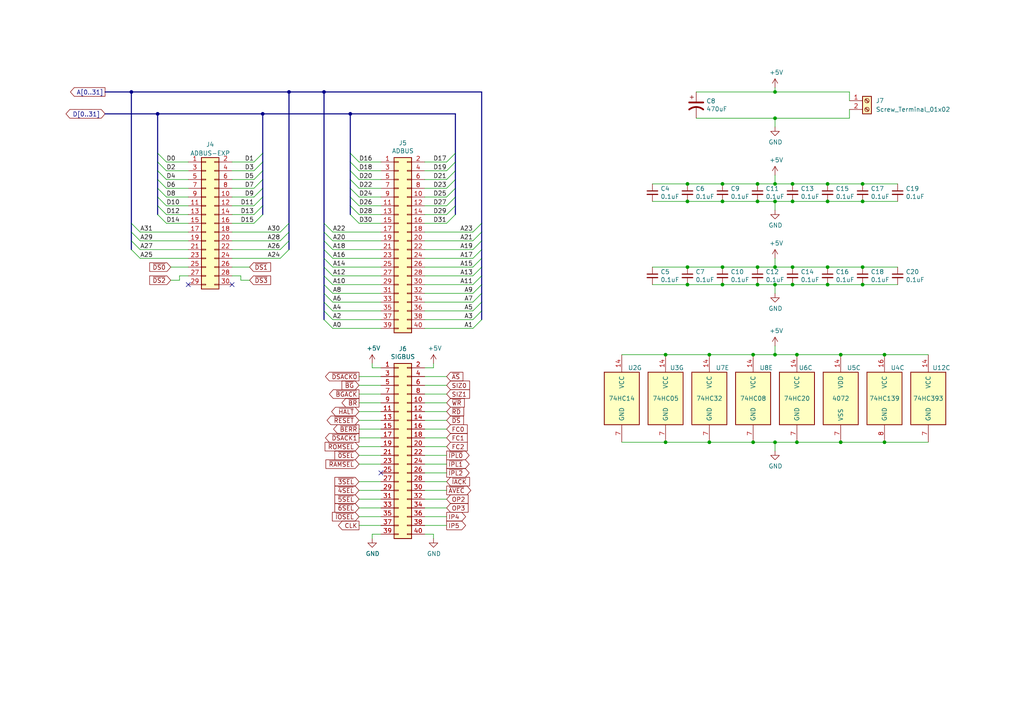
<source format=kicad_sch>
(kicad_sch (version 20231120) (generator "eeschema") (generator_version "8.0")
  (paper "A4")
  (title_block (title "k30 SBC") (rev "2"))
  (junction (at 240.03 82.55))
  (junction (at 224.79 128.27))
  (junction (at 224.79 82.55))
  (junction (at 219.71 58.42))
  (junction (at 243.84 102.87))
  (junction (at 240.03 53.34))
  (junction (at 224.79 58.42))
  (junction (at 224.79 102.87))
  (junction (at 101.6 33.02))
  (junction (at 231.14 102.87))
  (junction (at 250.19 82.55))
  (junction (at 224.79 77.47))
  (junction (at 209.55 53.34))
  (junction (at 229.87 77.47))
  (junction (at 250.19 58.42))
  (junction (at 218.44 102.87))
  (junction (at 250.19 53.34))
  (junction (at 205.74 128.27))
  (junction (at 231.14 128.27))
  (junction (at 193.04 128.27))
  (junction (at 240.03 58.42))
  (junction (at 199.39 82.55))
  (junction (at 193.04 102.87))
  (junction (at 229.87 82.55))
  (junction (at 229.87 53.34))
  (junction (at 224.79 53.34))
  (junction (at 240.03 77.47))
  (junction (at 224.79 26.67))
  (junction (at 219.71 82.55))
  (junction (at 218.44 128.27))
  (junction (at 219.71 53.34))
  (junction (at 45.72 33.02))
  (junction (at 224.79 34.29))
  (junction (at 93.98 26.67))
  (junction (at 199.39 58.42))
  (junction (at 209.55 77.47))
  (junction (at 250.19 77.47))
  (junction (at 83.82 26.67))
  (junction (at 38.1 26.67))
  (junction (at 209.55 82.55))
  (junction (at 256.54 102.87))
  (junction (at 76.2 33.02))
  (junction (at 205.74 102.87))
  (junction (at 209.55 58.42))
  (junction (at 199.39 77.47))
  (junction (at 219.71 77.47))
  (junction (at 199.39 53.34))
  (junction (at 243.84 128.27))
  (junction (at 256.54 128.27))
  (junction (at 229.87 58.42))
  (no_connect (at 54.61 82.55))
  (no_connect (at 110.49 137.16))
  (no_connect (at 67.31 82.55))
  (bus_entry (at 40.64 67.31) (size -2.54 -2.54))
  (bus_entry (at 96.52 74.93) (size -2.54 -2.54))
  (bus_entry (at 137.16 92.71) (size 2.54 -2.54))
  (bus_entry (at 81.28 72.39) (size 2.54 -2.54))
  (bus_entry (at 129.54 54.61) (size 2.54 -2.54))
  (bus_entry (at 48.26 46.99) (size -2.54 -2.54))
  (bus_entry (at 81.28 69.85) (size 2.54 -2.54))
  (bus_entry (at 129.54 46.99) (size 2.54 -2.54))
  (bus_entry (at 137.16 69.85) (size 2.54 -2.54))
  (bus_entry (at 73.66 62.23) (size 2.54 -2.54))
  (bus_entry (at 73.66 52.07) (size 2.54 -2.54))
  (bus_entry (at 129.54 64.77) (size 2.54 -2.54))
  (bus_entry (at 137.16 85.09) (size 2.54 -2.54))
  (bus_entry (at 48.26 54.61) (size -2.54 -2.54))
  (bus_entry (at 73.66 57.15) (size 2.54 -2.54))
  (bus_entry (at 96.52 67.31) (size -2.54 -2.54))
  (bus_entry (at 104.14 57.15) (size -2.54 -2.54))
  (bus_entry (at 96.52 95.25) (size -2.54 -2.54))
  (bus_entry (at 96.52 87.63) (size -2.54 -2.54))
  (bus_entry (at 137.16 72.39) (size 2.54 -2.54))
  (bus_entry (at 129.54 59.69) (size 2.54 -2.54))
  (bus_entry (at 40.64 69.85) (size -2.54 -2.54))
  (bus_entry (at 73.66 46.99) (size 2.54 -2.54))
  (bus_entry (at 104.14 59.69) (size -2.54 -2.54))
  (bus_entry (at 73.66 59.69) (size 2.54 -2.54))
  (bus_entry (at 73.66 54.61) (size 2.54 -2.54))
  (bus_entry (at 137.16 87.63) (size 2.54 -2.54))
  (bus_entry (at 81.28 74.93) (size 2.54 -2.54))
  (bus_entry (at 48.26 52.07) (size -2.54 -2.54))
  (bus_entry (at 96.52 92.71) (size -2.54 -2.54))
  (bus_entry (at 129.54 57.15) (size 2.54 -2.54))
  (bus_entry (at 73.66 49.53) (size 2.54 -2.54))
  (bus_entry (at 96.52 90.17) (size -2.54 -2.54))
  (bus_entry (at 81.28 67.31) (size 2.54 -2.54))
  (bus_entry (at 104.14 46.99) (size -2.54 -2.54))
  (bus_entry (at 96.52 85.09) (size -2.54 -2.54))
  (bus_entry (at 96.52 69.85) (size -2.54 -2.54))
  (bus_entry (at 96.52 72.39) (size -2.54 -2.54))
  (bus_entry (at 96.52 80.01) (size -2.54 -2.54))
  (bus_entry (at 137.16 80.01) (size 2.54 -2.54))
  (bus_entry (at 48.26 57.15) (size -2.54 -2.54))
  (bus_entry (at 137.16 90.17) (size 2.54 -2.54))
  (bus_entry (at 48.26 62.23) (size -2.54 -2.54))
  (bus_entry (at 137.16 74.93) (size 2.54 -2.54))
  (bus_entry (at 137.16 95.25) (size 2.54 -2.54))
  (bus_entry (at 104.14 62.23) (size -2.54 -2.54))
  (bus_entry (at 40.64 74.93) (size -2.54 -2.54))
  (bus_entry (at 73.66 64.77) (size 2.54 -2.54))
  (bus_entry (at 48.26 64.77) (size -2.54 -2.54))
  (bus_entry (at 96.52 77.47) (size -2.54 -2.54))
  (bus_entry (at 104.14 54.61) (size -2.54 -2.54))
  (bus_entry (at 137.16 77.47) (size 2.54 -2.54))
  (bus_entry (at 48.26 49.53) (size -2.54 -2.54))
  (bus_entry (at 40.64 72.39) (size -2.54 -2.54))
  (bus_entry (at 96.52 82.55) (size -2.54 -2.54))
  (bus_entry (at 104.14 49.53) (size -2.54 -2.54))
  (bus_entry (at 137.16 67.31) (size 2.54 -2.54))
  (bus_entry (at 104.14 52.07) (size -2.54 -2.54))
  (bus_entry (at 48.26 59.69) (size -2.54 -2.54))
  (bus_entry (at 137.16 82.55) (size 2.54 -2.54))
  (bus_entry (at 104.14 64.77) (size -2.54 -2.54))
  (bus_entry (at 129.54 52.07) (size 2.54 -2.54))
  (bus_entry (at 129.54 62.23) (size 2.54 -2.54))
  (bus_entry (at 129.54 49.53) (size 2.54 -2.54))
  (wire (pts (xy 110.49 144.78) (xy 104.14 144.78)))
  (wire (pts (xy 229.87 53.34) (xy 240.03 53.34)))
  (bus (pts (xy 38.1 64.77) (xy 38.1 67.31)))
  (wire (pts (xy 218.44 128.27) (xy 224.79 128.27)))
  (wire (pts (xy 123.19 69.85) (xy 137.16 69.85)))
  (wire (pts (xy 110.49 69.85) (xy 96.52 69.85)))
  (wire (pts (xy 240.03 58.42) (xy 229.87 58.42)))
  (wire (pts (xy 123.19 85.09) (xy 137.16 85.09)))
  (wire (pts (xy 48.26 46.99) (xy 54.61 46.99)))
  (bus (pts (xy 76.2 57.15) (xy 76.2 59.69)))
  (wire (pts (xy 73.66 59.69) (xy 67.31 59.69)))
  (wire (pts (xy 137.16 95.25) (xy 123.19 95.25)))
  (bus (pts (xy 101.6 33.02) (xy 101.6 44.45)))
  (bus (pts (xy 93.98 72.39) (xy 93.98 74.93)))
  (bus (pts (xy 45.72 44.45) (xy 45.72 46.99)))
  (wire (pts (xy 137.16 87.63) (xy 123.19 87.63)))
  (wire (pts (xy 129.54 137.16) (xy 123.19 137.16)))
  (wire (pts (xy 67.31 62.23) (xy 73.66 62.23)))
  (wire (pts (xy 189.23 82.55) (xy 199.39 82.55)))
  (wire (pts (xy 129.54 64.77) (xy 123.19 64.77)))
  (wire (pts (xy 201.93 26.67) (xy 224.79 26.67)))
  (wire (pts (xy 205.74 102.87) (xy 218.44 102.87)))
  (wire (pts (xy 81.28 67.31) (xy 67.31 67.31)))
  (wire (pts (xy 54.61 62.23) (xy 48.26 62.23)))
  (bus (pts (xy 38.1 69.85) (xy 38.1 72.39)))
  (wire (pts (xy 49.53 77.47) (xy 54.61 77.47)))
  (wire (pts (xy 224.79 82.55) (xy 224.79 85.09)))
  (wire (pts (xy 123.19 119.38) (xy 129.54 119.38)))
  (wire (pts (xy 54.61 52.07) (xy 48.26 52.07)))
  (wire (pts (xy 240.03 82.55) (xy 229.87 82.55)))
  (wire (pts (xy 129.54 134.62) (xy 123.19 134.62)))
  (wire (pts (xy 224.79 53.34) (xy 229.87 53.34)))
  (bus (pts (xy 76.2 44.45) (xy 76.2 46.99)))
  (bus (pts (xy 101.6 44.45) (xy 101.6 46.99)))
  (wire (pts (xy 104.14 127) (xy 110.49 127)))
  (wire (pts (xy 224.79 77.47) (xy 229.87 77.47)))
  (wire (pts (xy 243.84 128.27) (xy 256.54 128.27)))
  (wire (pts (xy 67.31 77.47) (xy 72.39 77.47)))
  (bus (pts (xy 76.2 54.61) (xy 76.2 57.15)))
  (bus (pts (xy 139.7 26.67) (xy 139.7 64.77)))
  (wire (pts (xy 110.49 111.76) (xy 104.14 111.76)))
  (wire (pts (xy 110.49 80.01) (xy 96.52 80.01)))
  (wire (pts (xy 81.28 69.85) (xy 67.31 69.85)))
  (wire (pts (xy 199.39 58.42) (xy 189.23 58.42)))
  (bus (pts (xy 93.98 80.01) (xy 93.98 82.55)))
  (bus (pts (xy 93.98 67.31) (xy 93.98 69.85)))
  (bus (pts (xy 83.82 26.67) (xy 38.1 26.67)))
  (wire (pts (xy 240.03 82.55) (xy 250.19 82.55)))
  (wire (pts (xy 52.07 80.01) (xy 54.61 80.01)))
  (bus (pts (xy 101.6 54.61) (xy 101.6 57.15)))
  (bus (pts (xy 139.7 90.17) (xy 139.7 92.71)))
  (wire (pts (xy 107.95 106.68) (xy 110.49 106.68)))
  (wire (pts (xy 54.61 74.93) (xy 40.64 74.93)))
  (bus (pts (xy 93.98 85.09) (xy 93.98 87.63)))
  (wire (pts (xy 224.79 102.87) (xy 231.14 102.87)))
  (bus (pts (xy 45.72 52.07) (xy 45.72 54.61)))
  (wire (pts (xy 110.49 92.71) (xy 96.52 92.71)))
  (wire (pts (xy 110.49 59.69) (xy 104.14 59.69)))
  (wire (pts (xy 246.38 34.29) (xy 246.38 31.75)))
  (wire (pts (xy 123.19 149.86) (xy 129.54 149.86)))
  (wire (pts (xy 48.26 54.61) (xy 54.61 54.61)))
  (wire (pts (xy 250.19 82.55) (xy 260.35 82.55)))
  (wire (pts (xy 104.14 46.99) (xy 110.49 46.99)))
  (wire (pts (xy 73.66 54.61) (xy 67.31 54.61)))
  (bus (pts (xy 132.08 52.07) (xy 132.08 54.61)))
  (bus (pts (xy 93.98 77.47) (xy 93.98 80.01)))
  (bus (pts (xy 93.98 26.67) (xy 93.98 64.77)))
  (wire (pts (xy 224.79 26.67) (xy 224.79 25.4)))
  (bus (pts (xy 132.08 44.45) (xy 132.08 46.99)))
  (wire (pts (xy 104.14 119.38) (xy 110.49 119.38)))
  (bus (pts (xy 93.98 64.77) (xy 93.98 67.31)))
  (bus (pts (xy 101.6 57.15) (xy 101.6 59.69)))
  (wire (pts (xy 129.54 59.69) (xy 123.19 59.69)))
  (bus (pts (xy 93.98 74.93) (xy 93.98 77.47)))
  (bus (pts (xy 139.7 72.39) (xy 139.7 74.93)))
  (bus (pts (xy 101.6 52.07) (xy 101.6 54.61)))
  (wire (pts (xy 209.55 77.47) (xy 219.71 77.47)))
  (bus (pts (xy 139.7 69.85) (xy 139.7 72.39)))
  (wire (pts (xy 123.19 114.3) (xy 129.54 114.3)))
  (wire (pts (xy 218.44 102.87) (xy 224.79 102.87)))
  (wire (pts (xy 240.03 77.47) (xy 250.19 77.47)))
  (wire (pts (xy 199.39 77.47) (xy 209.55 77.47)))
  (bus (pts (xy 83.82 64.77) (xy 83.82 67.31)))
  (wire (pts (xy 110.49 139.7) (xy 104.14 139.7)))
  (wire (pts (xy 129.54 142.24) (xy 123.19 142.24)))
  (wire (pts (xy 224.79 34.29) (xy 246.38 34.29)))
  (wire (pts (xy 52.07 81.28) (xy 52.07 80.01)))
  (wire (pts (xy 129.54 139.7) (xy 123.19 139.7)))
  (wire (pts (xy 209.55 58.42) (xy 219.71 58.42)))
  (wire (pts (xy 224.79 36.83) (xy 224.79 34.29)))
  (wire (pts (xy 54.61 59.69) (xy 48.26 59.69)))
  (bus (pts (xy 139.7 77.47) (xy 139.7 80.01)))
  (bus (pts (xy 132.08 59.69) (xy 132.08 62.23)))
  (wire (pts (xy 199.39 53.34) (xy 209.55 53.34)))
  (wire (pts (xy 129.54 46.99) (xy 123.19 46.99)))
  (wire (pts (xy 129.54 152.4) (xy 123.19 152.4)))
  (wire (pts (xy 110.49 67.31) (xy 96.52 67.31)))
  (wire (pts (xy 229.87 58.42) (xy 224.79 58.42)))
  (wire (pts (xy 104.14 132.08) (xy 110.49 132.08)))
  (wire (pts (xy 137.16 90.17) (xy 123.19 90.17)))
  (wire (pts (xy 129.54 127) (xy 123.19 127)))
  (wire (pts (xy 110.49 52.07) (xy 104.14 52.07)))
  (bus (pts (xy 101.6 33.02) (xy 132.08 33.02)))
  (bus (pts (xy 45.72 33.02) (xy 45.72 44.45)))
  (bus (pts (xy 139.7 74.93) (xy 139.7 77.47)))
  (wire (pts (xy 219.71 53.34) (xy 224.79 53.34)))
  (wire (pts (xy 110.49 72.39) (xy 96.52 72.39)))
  (bus (pts (xy 38.1 26.67) (xy 38.1 64.77)))
  (wire (pts (xy 129.54 132.08) (xy 123.19 132.08)))
  (bus (pts (xy 139.7 87.63) (xy 139.7 90.17)))
  (wire (pts (xy 137.16 80.01) (xy 123.19 80.01)))
  (bus (pts (xy 101.6 49.53) (xy 101.6 52.07)))
  (wire (pts (xy 72.39 81.28) (xy 69.85 81.28)))
  (wire (pts (xy 129.54 147.32) (xy 123.19 147.32)))
  (wire (pts (xy 67.31 49.53) (xy 73.66 49.53)))
  (wire (pts (xy 123.19 129.54) (xy 129.54 129.54)))
  (wire (pts (xy 110.49 82.55) (xy 96.52 82.55)))
  (wire (pts (xy 189.23 77.47) (xy 199.39 77.47)))
  (wire (pts (xy 104.14 129.54) (xy 110.49 129.54)))
  (bus (pts (xy 139.7 82.55) (xy 139.7 85.09)))
  (wire (pts (xy 229.87 77.47) (xy 240.03 77.47)))
  (wire (pts (xy 224.79 58.42) (xy 219.71 58.42)))
  (bus (pts (xy 101.6 46.99) (xy 101.6 49.53)))
  (wire (pts (xy 110.49 90.17) (xy 96.52 90.17)))
  (bus (pts (xy 76.2 59.69) (xy 76.2 62.23)))
  (wire (pts (xy 123.19 57.15) (xy 129.54 57.15)))
  (wire (pts (xy 250.19 77.47) (xy 260.35 77.47)))
  (wire (pts (xy 104.14 142.24) (xy 110.49 142.24)))
  (wire (pts (xy 123.19 92.71) (xy 137.16 92.71)))
  (bus (pts (xy 76.2 33.02) (xy 45.72 33.02)))
  (bus (pts (xy 38.1 67.31) (xy 38.1 69.85)))
  (bus (pts (xy 83.82 26.67) (xy 83.82 64.77)))
  (wire (pts (xy 104.14 54.61) (xy 110.49 54.61)))
  (wire (pts (xy 256.54 102.87) (xy 269.24 102.87)))
  (wire (pts (xy 224.79 128.27) (xy 224.79 130.81)))
  (wire (pts (xy 205.74 128.27) (xy 218.44 128.27)))
  (wire (pts (xy 129.54 116.84) (xy 123.19 116.84)))
  (bus (pts (xy 83.82 69.85) (xy 83.82 72.39)))
  (wire (pts (xy 110.49 134.62) (xy 104.14 134.62)))
  (bus (pts (xy 76.2 52.07) (xy 76.2 54.61)))
  (wire (pts (xy 73.66 64.77) (xy 67.31 64.77)))
  (wire (pts (xy 129.54 52.07) (xy 123.19 52.07)))
  (wire (pts (xy 201.93 34.29) (xy 224.79 34.29)))
  (wire (pts (xy 137.16 74.93) (xy 123.19 74.93)))
  (wire (pts (xy 54.61 57.15) (xy 48.26 57.15)))
  (wire (pts (xy 224.79 82.55) (xy 229.87 82.55)))
  (wire (pts (xy 246.38 26.67) (xy 246.38 29.21)))
  (wire (pts (xy 209.55 82.55) (xy 199.39 82.55)))
  (bus (pts (xy 93.98 87.63) (xy 93.98 90.17)))
  (bus (pts (xy 76.2 46.99) (xy 76.2 49.53)))
  (wire (pts (xy 104.14 152.4) (xy 110.49 152.4)))
  (wire (pts (xy 54.61 67.31) (xy 40.64 67.31)))
  (wire (pts (xy 123.19 106.68) (xy 125.73 106.68)))
  (bus (pts (xy 139.7 64.77) (xy 139.7 67.31)))
  (wire (pts (xy 209.55 82.55) (xy 219.71 82.55)))
  (wire (pts (xy 54.61 72.39) (xy 40.64 72.39)))
  (wire (pts (xy 81.28 74.93) (xy 67.31 74.93)))
  (wire (pts (xy 224.79 26.67) (xy 246.38 26.67)))
  (bus (pts (xy 83.82 67.31) (xy 83.82 69.85)))
  (wire (pts (xy 219.71 82.55) (xy 224.79 82.55)))
  (wire (pts (xy 125.73 154.94) (xy 125.73 156.21)))
  (wire (pts (xy 224.79 128.27) (xy 231.14 128.27)))
  (bus (pts (xy 139.7 85.09) (xy 139.7 87.63)))
  (wire (pts (xy 129.54 144.78) (xy 123.19 144.78)))
  (wire (pts (xy 69.85 81.28) (xy 69.85 80.01)))
  (bus (pts (xy 45.72 46.99) (xy 45.72 49.53)))
  (wire (pts (xy 110.49 62.23) (xy 104.14 62.23)))
  (wire (pts (xy 110.49 87.63) (xy 96.52 87.63)))
  (bus (pts (xy 93.98 26.67) (xy 139.7 26.67)))
  (wire (pts (xy 54.61 69.85) (xy 40.64 69.85)))
  (wire (pts (xy 250.19 53.34) (xy 240.03 53.34)))
  (bus (pts (xy 76.2 49.53) (xy 76.2 52.07)))
  (bus (pts (xy 45.72 33.02) (xy 30.48 33.02)))
  (wire (pts (xy 125.73 106.68) (xy 125.73 105.41)))
  (wire (pts (xy 73.66 46.99) (xy 67.31 46.99)))
  (bus (pts (xy 45.72 54.61) (xy 45.72 57.15)))
  (wire (pts (xy 129.54 121.92) (xy 123.19 121.92)))
  (wire (pts (xy 54.61 49.53) (xy 48.26 49.53)))
  (wire (pts (xy 243.84 102.87) (xy 256.54 102.87)))
  (bus (pts (xy 45.72 57.15) (xy 45.72 59.69)))
  (wire (pts (xy 67.31 57.15) (xy 73.66 57.15)))
  (wire (pts (xy 231.14 102.87) (xy 243.84 102.87)))
  (wire (pts (xy 123.19 77.47) (xy 137.16 77.47)))
  (wire (pts (xy 110.49 95.25) (xy 96.52 95.25)))
  (bus (pts (xy 132.08 54.61) (xy 132.08 57.15)))
  (wire (pts (xy 193.04 102.87) (xy 205.74 102.87)))
  (wire (pts (xy 137.16 82.55) (xy 123.19 82.55)))
  (wire (pts (xy 231.14 128.27) (xy 243.84 128.27)))
  (wire (pts (xy 224.79 102.87) (xy 224.79 100.33)))
  (wire (pts (xy 224.79 58.42) (xy 224.79 60.96)))
  (wire (pts (xy 256.54 128.27) (xy 269.24 128.27)))
  (wire (pts (xy 67.31 72.39) (xy 81.28 72.39)))
  (wire (pts (xy 123.19 49.53) (xy 129.54 49.53)))
  (bus (pts (xy 132.08 33.02) (xy 132.08 44.45)))
  (wire (pts (xy 104.14 147.32) (xy 110.49 147.32)))
  (wire (pts (xy 110.49 124.46) (xy 104.14 124.46)))
  (wire (pts (xy 104.14 114.3) (xy 110.49 114.3)))
  (wire (pts (xy 224.79 50.8) (xy 224.79 53.34)))
  (wire (pts (xy 224.79 74.93) (xy 224.79 77.47)))
  (wire (pts (xy 107.95 105.41) (xy 107.95 106.68)))
  (bus (pts (xy 45.72 49.53) (xy 45.72 52.07)))
  (bus (pts (xy 132.08 57.15) (xy 132.08 59.69)))
  (bus (pts (xy 139.7 80.01) (xy 139.7 82.55)))
  (bus (pts (xy 93.98 69.85) (xy 93.98 72.39)))
  (wire (pts (xy 123.19 154.94) (xy 125.73 154.94)))
  (wire (pts (xy 137.16 67.31) (xy 123.19 67.31)))
  (wire (pts (xy 49.53 81.28) (xy 52.07 81.28)))
  (wire (pts (xy 110.49 154.94) (xy 107.95 154.94)))
  (wire (pts (xy 189.23 53.34) (xy 199.39 53.34)))
  (wire (pts (xy 107.95 154.94) (xy 107.95 156.21)))
  (wire (pts (xy 129.54 54.61) (xy 123.19 54.61)))
  (wire (pts (xy 180.34 128.27) (xy 193.04 128.27)))
  (wire (pts (xy 110.49 77.47) (xy 96.52 77.47)))
  (wire (pts (xy 240.03 58.42) (xy 250.19 58.42)))
  (wire (pts (xy 110.49 149.86) (xy 104.14 149.86)))
  (bus (pts (xy 132.08 49.53) (xy 132.08 52.07)))
  (wire (pts (xy 69.85 80.01) (xy 67.31 80.01)))
  (wire (pts (xy 123.19 111.76) (xy 129.54 111.76)))
  (wire (pts (xy 73.66 52.07) (xy 67.31 52.07)))
  (bus (pts (xy 93.98 26.67) (xy 83.82 26.67)))
  (wire (pts (xy 104.14 121.92) (xy 110.49 121.92)))
  (wire (pts (xy 110.49 57.15) (xy 104.14 57.15)))
  (wire (pts (xy 137.16 72.39) (xy 123.19 72.39)))
  (wire (pts (xy 180.34 102.87) (xy 193.04 102.87)))
  (bus (pts (xy 132.08 46.99) (xy 132.08 49.53)))
  (bus (pts (xy 93.98 90.17) (xy 93.98 92.71)))
  (wire (pts (xy 123.19 62.23) (xy 129.54 62.23)))
  (wire (pts (xy 104.14 109.22) (xy 110.49 109.22)))
  (wire (pts (xy 250.19 58.42) (xy 260.35 58.42)))
  (bus (pts (xy 76.2 33.02) (xy 76.2 44.45)))
  (wire (pts (xy 110.49 49.53) (xy 104.14 49.53)))
  (wire (pts (xy 193.04 128.27) (xy 205.74 128.27)))
  (wire (pts (xy 110.49 64.77) (xy 104.14 64.77)))
  (wire (pts (xy 110.49 116.84) (xy 104.14 116.84)))
  (bus (pts (xy 38.1 26.67) (xy 30.48 26.67)))
  (wire (pts (xy 110.49 74.93) (xy 96.52 74.93)))
  (wire (pts (xy 209.55 58.42) (xy 199.39 58.42)))
  (wire (pts (xy 123.19 109.22) (xy 129.54 109.22)))
  (wire (pts (xy 54.61 64.77) (xy 48.26 64.77)))
  (bus (pts (xy 101.6 59.69) (xy 101.6 62.23)))
  (wire (pts (xy 209.55 53.34) (xy 219.71 53.34)))
  (bus (pts (xy 101.6 33.02) (xy 76.2 33.02)))
  (bus (pts (xy 93.98 82.55) (xy 93.98 85.09)))
  (wire (pts (xy 260.35 53.34) (xy 250.19 53.34)))
  (bus (pts (xy 45.72 59.69) (xy 45.72 62.23)))
  (bus (pts (xy 139.7 67.31) (xy 139.7 69.85)))
  (wire (pts (xy 110.49 85.09) (xy 96.52 85.09)))
  (wire (pts (xy 219.71 77.47) (xy 224.79 77.47)))
  (wire (pts (xy 129.54 124.46) (xy 123.19 124.46)))
  (label "D2" (at 48.26 49.53 0))
  (label "A6" (at 96.52 87.63 0))
  (label "A23" (at 137.16 67.31 180))
  (label "A17" (at 137.16 74.93 180))
  (label "A1" (at 137.16 95.25 180))
  (label "A22" (at 96.52 67.31 0))
  (label "D22" (at 104.14 54.61 0))
  (label "A28" (at 81.28 69.85 180))
  (label "D25" (at 129.54 57.15 180))
  (label "D30" (at 104.14 64.77 0))
  (label "D12" (at 48.26 62.23 0))
  (label "D4" (at 48.26 52.07 0))
  (label "A30" (at 81.28 67.31 180))
  (label "A15" (at 137.16 77.47 180))
  (label "A31" (at 40.64 67.31 0))
  (label "D9" (at 73.66 57.15 180))
  (label "A7" (at 137.16 87.63 180))
  (label "D31" (at 129.54 64.77 180))
  (label "A27" (at 40.64 72.39 0))
  (label "A8" (at 96.52 85.09 0))
  (label "D6" (at 48.26 54.61 0))
  (label "A3" (at 137.16 92.71 180))
  (label "D23" (at 129.54 54.61 180))
  (label "D3" (at 73.66 49.53 180))
  (label "D28" (at 104.14 62.23 0))
  (label "D18" (at 104.14 49.53 0))
  (label "D20" (at 104.14 52.07 0))
  (label "A13" (at 137.16 80.01 180))
  (label "D27" (at 129.54 59.69 180))
  (label "D13" (at 73.66 62.23 180))
  (label "D14" (at 48.26 64.77 0))
  (label "D17" (at 129.54 46.99 180))
  (label "D8" (at 48.26 57.15 0))
  (label "A5" (at 137.16 90.17 180))
  (label "D11" (at 73.66 59.69 180))
  (label "D10" (at 48.26 59.69 0))
  (label "D29" (at 129.54 62.23 180))
  (label "A4" (at 96.52 90.17 0))
  (label "D7" (at 73.66 54.61 180))
  (label "D5" (at 73.66 52.07 180))
  (label "A19" (at 137.16 72.39 180))
  (label "A14" (at 96.52 77.47 0))
  (label "A0" (at 96.52 95.25 0))
  (label "D26" (at 104.14 59.69 0))
  (label "A11" (at 137.16 82.55 180))
  (label "D0" (at 48.26 46.99 0))
  (label "A9" (at 137.16 85.09 180))
  (label "A24" (at 81.28 74.93 180))
  (label "D21" (at 129.54 52.07 180))
  (label "A25" (at 40.64 74.93 0))
  (label "A26" (at 81.28 72.39 180))
  (label "D16" (at 104.14 46.99 0))
  (label "A2" (at 96.52 92.71 0))
  (label "A20" (at 96.52 69.85 0))
  (label "A18" (at 96.52 72.39 0))
  (label "D24" (at 104.14 57.15 0))
  (label "D15" (at 73.66 64.77 180))
  (label "A21" (at 137.16 69.85 180))
  (label "A12" (at 96.52 80.01 0))
  (label "A10" (at 96.52 82.55 0))
  (label "D1" (at 73.66 46.99 180))
  (label "A16" (at 96.52 74.93 0))
  (label "D19" (at 129.54 49.53 180))
  (label "A29" (at 40.64 69.85 0))
  (global_label "~{6SEL}" (shape input) (at 104.14 147.32 180) (property "Intersheetrefs" "${INTERSHEET_REFS}" (effects (hide yes))))
  (global_label "~{DS1}" (shape input) (at 72.39 77.47 0) (property "Intersheetrefs" "${INTERSHEET_REFS}" (effects (hide yes))))
  (global_label "~{AVEC}" (shape output) (at 129.54 142.24 0) (property "Intersheetrefs" "${INTERSHEET_REFS}" (effects (hide yes))))
  (global_label "~{IPL1}" (shape output) (at 129.54 134.62 0) (property "Intersheetrefs" "${INTERSHEET_REFS}" (effects (hide yes))))
  (global_label "~{BR}" (shape output) (at 104.14 116.84 180) (property "Intersheetrefs" "${INTERSHEET_REFS}" (effects (hide yes))))
  (global_label "SIZ1" (shape input) (at 129.54 114.3 0) (property "Intersheetrefs" "${INTERSHEET_REFS}" (effects (hide yes))))
  (global_label "CLK" (shape output) (at 104.14 152.4 180) (property "Intersheetrefs" "${INTERSHEET_REFS}" (effects (hide yes))))
  (global_label "FC0" (shape input) (at 129.54 124.46 0) (property "Intersheetrefs" "${INTERSHEET_REFS}" (effects (hide yes))))
  (global_label "SIZ0" (shape input) (at 129.54 111.76 0) (property "Intersheetrefs" "${INTERSHEET_REFS}" (effects (hide yes))))
  (global_label "~{4SEL}" (shape input) (at 104.14 142.24 180) (property "Intersheetrefs" "${INTERSHEET_REFS}" (effects (hide yes))))
  (global_label "FC1" (shape input) (at 129.54 127 0) (property "Intersheetrefs" "${INTERSHEET_REFS}" (effects (hide yes))))
  (global_label "~{ROMSEL}" (shape input) (at 104.14 129.54 180) (property "Intersheetrefs" "${INTERSHEET_REFS}" (effects (hide yes))))
  (global_label "~{3SEL}" (shape input) (at 104.14 139.7 180) (property "Intersheetrefs" "${INTERSHEET_REFS}" (effects (hide yes))))
  (global_label "~{DS}" (shape input) (at 129.54 121.92 0) (property "Intersheetrefs" "${INTERSHEET_REFS}" (effects (hide yes))))
  (global_label "~{5SEL}" (shape input) (at 104.14 144.78 180) (property "Intersheetrefs" "${INTERSHEET_REFS}" (effects (hide yes))))
  (global_label "~{DSACK0}" (shape output) (at 104.14 109.22 180) (property "Intersheetrefs" "${INTERSHEET_REFS}" (effects (hide yes))))
  (global_label "~{WR}" (shape input) (at 129.54 116.84 0) (property "Intersheetrefs" "${INTERSHEET_REFS}" (effects (hide yes))))
  (global_label "~{IACK}" (shape input) (at 129.54 139.7 0) (property "Intersheetrefs" "${INTERSHEET_REFS}" (effects (hide yes))))
  (global_label "A[0..31]" (shape output) (at 30.48 26.67 180) (property "Intersheetrefs" "${INTERSHEET_REFS}" (effects (hide yes))))
  (global_label "~{BG}" (shape input) (at 104.14 111.76 180) (property "Intersheetrefs" "${INTERSHEET_REFS}" (effects (hide yes))))
  (global_label "OP3" (shape input) (at 129.54 147.32 0) (property "Intersheetrefs" "${INTERSHEET_REFS}" (effects (hide yes))))
  (global_label "~{DS0}" (shape input) (at 49.53 77.47 180) (property "Intersheetrefs" "${INTERSHEET_REFS}" (effects (hide yes))))
  (global_label "~{0SEL}" (shape input) (at 104.14 132.08 180) (property "Intersheetrefs" "${INTERSHEET_REFS}" (effects (hide yes))))
  (global_label "~{AS}" (shape input) (at 129.54 109.22 0) (property "Intersheetrefs" "${INTERSHEET_REFS}" (effects (hide yes))))
  (global_label "~{BERR}" (shape output) (at 104.14 124.46 180) (property "Intersheetrefs" "${INTERSHEET_REFS}" (effects (hide yes))))
  (global_label "D[0..31]" (shape bidirectional) (at 30.48 33.02 180) (property "Intersheetrefs" "${INTERSHEET_REFS}" (effects (hide yes))))
  (global_label "OP2" (shape input) (at 129.54 144.78 0) (property "Intersheetrefs" "${INTERSHEET_REFS}" (effects (hide yes))))
  (global_label "~{BGACK}" (shape output) (at 104.14 114.3 180) (property "Intersheetrefs" "${INTERSHEET_REFS}" (effects (hide yes))))
  (global_label "~{DS3}" (shape input) (at 72.39 81.28 0) (property "Intersheetrefs" "${INTERSHEET_REFS}" (effects (hide yes))))
  (global_label "~{RD}" (shape input) (at 129.54 119.38 0) (property "Intersheetrefs" "${INTERSHEET_REFS}" (effects (hide yes))))
  (global_label "IP4" (shape output) (at 129.54 149.86 0) (property "Intersheetrefs" "${INTERSHEET_REFS}" (effects (hide yes))))
  (global_label "FC2" (shape input) (at 129.54 129.54 0) (property "Intersheetrefs" "${INTERSHEET_REFS}" (effects (hide yes))))
  (global_label "~{HALT}" (shape bidirectional) (at 104.14 119.38 180) (property "Intersheetrefs" "${INTERSHEET_REFS}" (effects (hide yes))))
  (global_label "~{IPL2}" (shape output) (at 129.54 137.16 0) (property "Intersheetrefs" "${INTERSHEET_REFS}" (effects (hide yes))))
  (global_label "~{RESET}" (shape bidirectional) (at 104.14 121.92 180) (property "Intersheetrefs" "${INTERSHEET_REFS}" (effects (hide yes))))
  (global_label "~{DSACK1}" (shape output) (at 104.14 127 180) (property "Intersheetrefs" "${INTERSHEET_REFS}" (effects (hide yes))))
  (global_label "IP5" (shape output) (at 129.54 152.4 0) (property "Intersheetrefs" "${INTERSHEET_REFS}" (effects (hide yes))))
  (global_label "~{DS2}" (shape input) (at 49.53 81.28 180) (property "Intersheetrefs" "${INTERSHEET_REFS}" (effects (hide yes))))
  (global_label "~{IOSEL}" (shape input) (at 104.14 149.86 180) (property "Intersheetrefs" "${INTERSHEET_REFS}" (effects (hide yes))))
  (global_label "~{RAMSEL}" (shape input) (at 104.14 134.62 180) (property "Intersheetrefs" "${INTERSHEET_REFS}" (effects (hide yes))))
  (global_label "~{IPL0}" (shape output) (at 129.54 132.08 0) (property "Intersheetrefs" "${INTERSHEET_REFS}" (effects (hide yes))))
  (symbol (lib_id "power:GND") (at 107.95 156.21 0) (unit 1)
    (property "Reference" "#PWR039" (effects (hide yes)))
    (property "Value" "GND" (at 108.077 160.6042 0))
  )
  (symbol (lib_id "power:+5V") (at 107.95 105.41 0) (unit 1)
    (property "Reference" "#PWR038" (effects (hide yes)))
    (property "Value" "+5V" (at 108.331 101.0158 0))
  )
  (symbol (lib_id "Connector_Generic:Conn_02x20_Odd_Even") (at 115.57 69.85 0) (unit 1)
    (property "Reference" "J5" (at 116.84 41.4782 0))
    (property "Value" "ADBUS" (at 116.84 43.7896 0))
    (property "Footprint" "Connector_PinHeader_2.54mm:PinHeader_2x20_P2.54mm_Vertical" (effects (hide yes)))
  )
  (symbol (lib_id "Connector_Generic:Conn_02x20_Odd_Even") (at 115.57 129.54 0) (unit 1)
    (property "Reference" "J6" (at 116.84 101.1682 0))
    (property "Value" "SIGBUS" (at 116.84 103.4796 0))
    (property "Footprint" "Connector_PinHeader_2.54mm:PinHeader_2x20_P2.54mm_Vertical" (effects (hide yes)))
  )
  (symbol (lib_id "power:+5V") (at 125.73 105.41 0) (unit 1)
    (property "Reference" "#PWR040" (effects (hide yes)))
    (property "Value" "+5V" (at 126.111 101.0158 0))
  )
  (symbol (lib_id "power:GND") (at 125.73 156.21 0) (unit 1)
    (property "Reference" "#PWR041" (effects (hide yes)))
    (property "Value" "GND" (at 125.857 160.6042 0))
  )
  (symbol (lib_id "Connector_Generic:Conn_02x15_Odd_Even") (at 59.69 64.77 0) (unit 1)
    (property "Reference" "J4" (at 60.96 41.91 0))
    (property "Value" "ADBUS-EXP" (at 60.96 44.45 0))
    (property "Footprint" "Connector_PinHeader_2.54mm:PinHeader_2x15_P2.54mm_Vertical" (effects (hide yes)))
  )
  (symbol (lib_id "Device:C_Small") (at 250.19 55.88 0) (unit 1)
    (property "Reference" "C17" (at 252.5268 54.7116 0) (effects (justify left)))
    (property "Value" "0.1uF" (at 252.5268 57.023 0) (effects (justify left)))
    (property "Footprint" "Capacitor_THT:C_Disc_D3.0mm_W2.0mm_P2.50mm" (effects (hide yes)))
  )
  (symbol (lib_id "Device:C_Small") (at 260.35 55.88 0) (unit 1)
    (property "Reference" "C19" (at 262.6868 54.7116 0) (effects (justify left)))
    (property "Value" "0.1uF" (at 262.6868 57.023 0) (effects (justify left)))
    (property "Footprint" "Capacitor_THT:C_Disc_D3.0mm_W2.0mm_P2.50mm" (effects (hide yes)))
  )
  (symbol (lib_id "Device:C_Small") (at 250.19 80.01 0) (unit 1)
    (property "Reference" "C18" (at 252.5268 78.8416 0) (effects (justify left)))
    (property "Value" "0.1uF" (at 252.5268 81.153 0) (effects (justify left)))
    (property "Footprint" "Capacitor_THT:C_Disc_D3.0mm_W2.0mm_P2.50mm" (effects (hide yes)))
  )
  (symbol (lib_id "Device:C_Small") (at 260.35 80.01 0) (unit 1)
    (property "Reference" "C20" (at 262.6868 78.8416 0) (effects (justify left)))
    (property "Value" "0.1uF" (at 262.6868 81.153 0) (effects (justify left)))
    (property "Footprint" "Capacitor_THT:C_Disc_D3.0mm_W2.0mm_P2.50mm" (effects (hide yes)))
  )
  (symbol (lib_id "74xx:74LS20") (at 231.14 115.57 0) (unit 3)
    (property "Reference" "U6" (at 233.68 106.68 0))
    (property "Value" "74HC20" (at 231.14 115.57 0))
    (property "Footprint" "Package_SO:TSSOP-14_4.4x5mm_P0.65mm" (effects (hide yes)))
    (property "Datasheet" "http://www.ti.com/lit/gpn/sn74LS20" (effects (hide yes)))
  )
  (symbol (lib_id "74xx:74LS139") (at 256.54 115.57 0) (unit 3)
    (property "Reference" "U4" (at 260.35 106.68 0))
    (property "Value" "74HC139" (at 256.54 115.57 0))
    (property "Footprint" "Package_SO:TSSOP-16_4.4x5mm_P0.65mm" (effects (hide yes)))
    (property "Datasheet" "http://www.ti.com/lit/ds/symlink/sn74ls139a.pdf" (effects (hide yes)))
  )
  (symbol (lib_id "4xxx:4072") (at 243.84 115.57 0) (unit 3)
    (property "Reference" "U5" (at 247.65 106.68 0))
    (property "Value" "4072" (at 243.84 115.57 0))
    (property "Footprint" "Package_SO:TSSOP-14_4.4x5mm_P0.65mm" (effects (hide yes)))
    (property "Datasheet" "http://www.intersil.com/content/dam/Intersil/documents/cd40/cd4071bms-72bms-75bms.pdf" (effects (hide yes)))
  )
  (symbol (lib_id "74xx:74LS393") (at 269.24 115.57 0) (unit 3)
    (property "Reference" "U12" (at 273.05 106.68 0))
    (property "Value" "74HC393" (at 269.24 115.57 0))
    (property "Footprint" "Package_SO:TSSOP-14_4.4x5mm_P0.65mm" (effects (hide yes)))
    (property "Datasheet" "74xx\\74LS393.pdf" (effects (hide yes)))
  )
  (symbol (lib_id "74xx:74LS08") (at 218.44 115.57 0) (unit 5)
    (property "Reference" "U8" (at 222.25 106.68 0))
    (property "Value" "74HC08" (at 218.44 115.57 0))
    (property "Footprint" "Package_SO:TSSOP-14_4.4x5mm_P0.65mm" (effects (hide yes)))
    (property "Datasheet" "http://www.ti.com/lit/gpn/sn74LS08" (effects (hide yes)))
  )
  (symbol (lib_id "Device:C_Small") (at 189.23 80.01 0) (unit 1)
    (property "Reference" "C5" (at 191.5668 78.8416 0) (effects (justify left)))
    (property "Value" "0.1uF" (at 191.5668 81.153 0) (effects (justify left)))
    (property "Footprint" "Capacitor_THT:C_Disc_D3.0mm_W2.0mm_P2.50mm" (effects (hide yes)))
  )
  (symbol (lib_id "74xx:74LS05") (at 193.04 115.57 0) (unit 7)
    (property "Reference" "U3" (at 194.31 106.68 0) (effects (justify left)))
    (property "Value" "74HC05" (at 189.23 115.57 0) (effects (justify left)))
    (property "Footprint" "Package_SO:TSSOP-14_4.4x5mm_P0.65mm" (effects (hide yes)))
    (property "Datasheet" "http://www.ti.com/lit/gpn/sn74LS05" (effects (hide yes)))
  )
  (symbol (lib_id "power:GND") (at 224.79 130.81 0) (unit 1)
    (property "Reference" "#PWR049" (effects (hide yes)))
    (property "Value" "GND" (at 224.917 135.2042 0))
  )
  (symbol (lib_id "74xx:74HC14") (at 180.34 115.57 0) (unit 7)
    (property "Reference" "U2" (at 184.15 106.68 0))
    (property "Value" "74HC14" (at 180.34 115.57 0))
    (property "Footprint" "Package_SO:TSSOP-14_4.4x5mm_P0.65mm" (effects (hide yes)))
    (property "Datasheet" "http://www.ti.com/lit/gpn/sn74HC14" (effects (hide yes)))
  )
  (symbol (lib_id "power:+5V") (at 224.79 100.33 0) (unit 1)
    (property "Reference" "#PWR048" (effects (hide yes)))
    (property "Value" "+5V" (at 225.171 95.9358 0))
  )
  (symbol (lib_id "power:GND") (at 224.79 60.96 0) (unit 1)
    (property "Reference" "#PWR045" (effects (hide yes)))
    (property "Value" "GND" (at 224.917 65.3542 0))
  )
  (symbol (lib_id "power:+5V") (at 224.79 50.8 0) (unit 1)
    (property "Reference" "#PWR044" (effects (hide yes)))
    (property "Value" "+5V" (at 225.171 46.4058 0))
  )
  (symbol (lib_id "Device:C_Small") (at 219.71 55.88 0) (unit 1)
    (property "Reference" "C11" (at 222.0468 54.7116 0) (effects (justify left)))
    (property "Value" "0.1uF" (at 222.0468 57.023 0) (effects (justify left)))
    (property "Footprint" "Capacitor_THT:C_Disc_D3.0mm_W2.0mm_P2.50mm" (effects (hide yes)))
  )
  (symbol (lib_id "Device:C_Small") (at 209.55 55.88 0) (unit 1)
    (property "Reference" "C9" (at 211.8868 54.7116 0) (effects (justify left)))
    (property "Value" "0.1uF" (at 211.8868 57.023 0) (effects (justify left)))
    (property "Footprint" "Capacitor_THT:C_Disc_D3.0mm_W2.0mm_P2.50mm" (effects (hide yes)))
  )
  (symbol (lib_id "Device:C_Small") (at 199.39 55.88 0) (unit 1)
    (property "Reference" "C6" (at 201.7268 54.7116 0) (effects (justify left)))
    (property "Value" "0.1uF" (at 201.7268 57.023 0) (effects (justify left)))
    (property "Footprint" "Capacitor_THT:C_Disc_D3.0mm_W2.0mm_P2.50mm" (effects (hide yes)))
  )
  (symbol (lib_id "power:+5V") (at 224.79 74.93 0) (unit 1)
    (property "Reference" "#PWR046" (effects (hide yes)))
    (property "Value" "+5V" (at 225.171 70.5358 0))
  )
  (symbol (lib_id "power:GND") (at 224.79 85.09 0) (unit 1)
    (property "Reference" "#PWR047" (effects (hide yes)))
    (property "Value" "GND" (at 224.917 89.4842 0))
  )
  (symbol (lib_id "Device:C_Small") (at 189.23 55.88 0) (unit 1)
    (property "Reference" "C4" (at 191.5668 54.7116 0) (effects (justify left)))
    (property "Value" "0.1uF" (at 191.5668 57.023 0) (effects (justify left)))
    (property "Footprint" "Capacitor_THT:C_Disc_D3.0mm_W2.0mm_P2.50mm" (effects (hide yes)))
  )
  (symbol (lib_id "Device:C_Small") (at 229.87 55.88 0) (unit 1)
    (property "Reference" "C13" (at 232.2068 54.7116 0) (effects (justify left)))
    (property "Value" "0.1uF" (at 232.2068 57.023 0) (effects (justify left)))
    (property "Footprint" "Capacitor_THT:C_Disc_D3.0mm_W2.0mm_P2.50mm" (effects (hide yes)))
  )
  (symbol (lib_id "Device:C_Small") (at 240.03 80.01 0) (unit 1)
    (property "Reference" "C16" (at 242.3668 78.8416 0) (effects (justify left)))
    (property "Value" "0.1uF" (at 242.3668 81.153 0) (effects (justify left)))
    (property "Footprint" "Capacitor_THT:C_Disc_D3.0mm_W2.0mm_P2.50mm" (effects (hide yes)))
  )
  (symbol (lib_id "Device:C_Small") (at 229.87 80.01 0) (unit 1)
    (property "Reference" "C14" (at 232.2068 78.8416 0) (effects (justify left)))
    (property "Value" "0.1uF" (at 232.2068 81.153 0) (effects (justify left)))
    (property "Footprint" "Capacitor_THT:C_Disc_D3.0mm_W2.0mm_P2.50mm" (effects (hide yes)))
  )
  (symbol (lib_id "Device:C_Small") (at 219.71 80.01 0) (unit 1)
    (property "Reference" "C12" (at 222.0468 78.8416 0) (effects (justify left)))
    (property "Value" "0.1uF" (at 222.0468 81.153 0) (effects (justify left)))
    (property "Footprint" "Capacitor_THT:C_Disc_D3.0mm_W2.0mm_P2.50mm" (effects (hide yes)))
  )
  (symbol (lib_id "Device:C_Small") (at 209.55 80.01 0) (unit 1)
    (property "Reference" "C10" (at 211.8868 78.8416 0) (effects (justify left)))
    (property "Value" "0.1uF" (at 211.8868 81.153 0) (effects (justify left)))
    (property "Footprint" "Capacitor_THT:C_Disc_D3.0mm_W2.0mm_P2.50mm" (effects (hide yes)))
  )
  (symbol (lib_id "Device:C_Small") (at 199.39 80.01 0) (unit 1)
    (property "Reference" "C7" (at 201.7268 78.8416 0) (effects (justify left)))
    (property "Value" "0.1uF" (at 201.7268 81.153 0) (effects (justify left)))
    (property "Footprint" "Capacitor_THT:C_Disc_D3.0mm_W2.0mm_P2.50mm" (effects (hide yes)))
  )
  (symbol (lib_id "power:+5V") (at 224.79 25.4 0) (unit 1)
    (property "Reference" "#PWR042" (effects (hide yes)))
    (property "Value" "+5V" (at 225.171 21.0058 0))
  )
  (symbol (lib_id "power:GND") (at 224.79 36.83 0) (unit 1)
    (property "Reference" "#PWR043" (effects (hide yes)))
    (property "Value" "GND" (at 224.917 41.2242 0))
  )
  (symbol (lib_id "Device:C_Polarized_US") (at 201.93 30.48 0) (unit 1)
    (property "Reference" "C8" (at 204.851 29.3116 0) (effects (justify left)))
    (property "Value" "470uF" (at 204.851 31.623 0) (effects (justify left)))
    (property "Footprint" "Capacitor_THT:CP_Radial_D8.0mm_P5.00mm" (effects (hide yes)))
  )
  (symbol (lib_id "Device:C_Small") (at 240.03 55.88 0) (unit 1)
    (property "Reference" "C15" (at 242.3668 54.7116 0) (effects (justify left)))
    (property "Value" "0.1uF" (at 242.3668 57.023 0) (effects (justify left)))
    (property "Footprint" "Capacitor_THT:C_Disc_D3.0mm_W2.0mm_P2.50mm" (effects (hide yes)))
  )
  (symbol (lib_id "74xx:74LS32") (at 205.74 115.57 0) (unit 5)
    (property "Reference" "U7" (at 209.55 106.68 0))
    (property "Value" "74HC32" (at 205.74 115.57 0))
    (property "Footprint" "Package_SO:TSSOP-14_4.4x5mm_P0.65mm" (effects (hide yes)))
    (property "Datasheet" "http://www.ti.com/lit/gpn/sn74LS32" (effects (hide yes)))
  )
  (symbol (lib_id "Connector:Screw_Terminal_01x02") (at 251.46 29.21 0) (unit 1)
    (property "Reference" "J7" (at 254 29.2099 0) (effects (justify left)))
    (property "Value" "Screw_Terminal_01x02" (at 254 31.7499 0) (effects (justify left)))
    (property "Footprint" "TerminalBlock_CUI:TerminalBlock_CUI_TB007-508-02_1x02_P5.08mm_Horizontal" (effects (hide yes)))
    (property "Description" "Generic screw terminal, single row, 01x02, script generated (kicad-library-utils/schlib/autogen/connector/)" (effects (hide yes)))
  )
)
</source>
